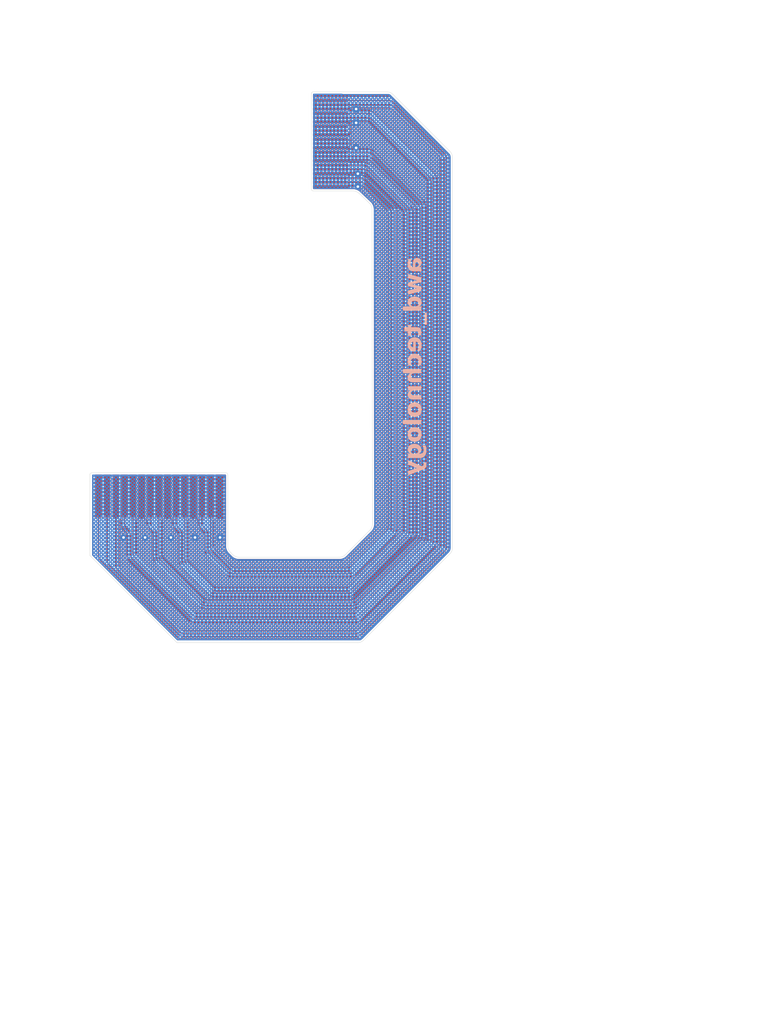
<source format=kicad_pcb>
(kicad_pcb (version 20241229) (generator "pcbnew") (generator_version "9.0")
  (layers (0 "F.Cu" signal) (4 "In1.Cu" signal) (6 "In2.Cu" signal) (2 "B.Cu" signal) (13 "F.Paste" user) (15 "B.Paste" user) (5 "F.SilkS" user "F.Silkscreen") (7 "B.SilkS" user "B.Silkscreen") (1 "F.Mask" user) (3 "B.Mask" user) (25 "Edge.Cuts" user))
  (net 0 "")
  (net 2 "Net-(J2-CAM_SDA)")
  (net 3 "Net-(J2-CAM_SCA)")
  (net 4 "Net-(J2-CAM_D0_N)")
  (net 7 "Net-(J2-CAM_IO0)")
  (net 9 "Net-(J2-CAM_3v3)")
  (net 10 "Net-(J2-CAM_IO1)")
  (net 11 "Net-(J2-CAM_D0_P)")
  (net 12 "Net-(J2-CAM_CK_N)")
  (net 13 "Net-(J2-CAM_D1_N)")
  (net 14 "Net-(J2-CAM_D1_P)")
  (net 15 "Net-(J2-CAM_CK_P)")
  (net 16 "GND")
  (footprint "AWD_camera_ribbon:FPC_22pin_0.5mm_Vertical" (layer "F.Cu") (at 89.1 39.85 90)
    (property "Reference" "J2" (hide yes))
    (property "Value" "~")
    (pad "1" smd rect (at -5.25 0 90) (size 0.3 4) (layers "F.Cu" "F.Mask" "F.Paste") (net 16 "GND"))
    (pad "2" smd rect (at -4.75 0 90) (size 0.3 4) (layers "F.Cu" "F.Mask" "F.Paste") (net 4 "Net-(J2-CAM_D0_N)"))
    (pad "3" smd rect (at -4.25 0 90) (size 0.3 4) (layers "F.Cu" "F.Mask" "F.Paste") (net 11 "Net-(J2-CAM_D0_P)"))
    (pad "4" smd rect (at -3.75 0 270) (size 0.3 4) (layers "F.Cu" "F.Mask" "F.Paste") (net 16 "GND"))
    (pad "5" smd rect (at -3.25 0 90) (size 0.3 4) (layers "F.Cu" "F.Mask" "F.Paste") (net 13 "Net-(J2-CAM_D1_N)"))
    (pad "6" smd rect (at -2.75 0 90) (size 0.3 4) (layers "F.Cu" "F.Mask" "F.Paste") (net 14 "Net-(J2-CAM_D1_P)"))
    (pad "7" smd rect (at -2.25 0 90) (size 0.3 4) (layers "F.Cu" "F.Mask" "F.Paste") (net 16 "GND"))
    (pad "8" smd rect (at -1.75 0 90) (size 0.3 4) (layers "F.Cu" "F.Mask" "F.Paste") (net 12 "Net-(J2-CAM_CK_N)"))
    (pad "9" smd rect (at -1.25 0 90) (size 0.3 4) (layers "F.Cu" "F.Mask" "F.Paste") (net 15 "Net-(J2-CAM_CK_P)"))
    (pad "10" smd rect (at -0.75 0 90) (size 0.3 4) (layers "F.Cu" "F.Mask" "F.Paste") (net 16 "GND"))
    (pad "11" smd rect (at -0.25 0 90) (size 0.3 4) (layers "F.Cu" "F.Mask" "F.Paste"))
    (pad "12" smd rect (at 0.25 0 90) (size 0.3 4) (layers "F.Cu" "F.Mask" "F.Paste"))
    (pad "13" smd rect (at 0.75 0 90) (size 0.3 4) (layers "F.Cu" "F.Mask" "F.Paste") (net 16 "GND"))
    (pad "14" smd rect (at 1.25 0 90) (size 0.3 4) (layers "F.Cu" "F.Mask" "F.Paste"))
    (pad "15" smd rect (at 1.75 0 90) (size 0.3 4) (layers "F.Cu" "F.Mask" "F.Paste"))
    (pad "16" smd rect (at 2.25 0 90) (size 0.3 4) (layers "F.Cu" "F.Mask" "F.Paste") (net 16 "GND"))
    (pad "17" smd rect (at 2.75 0 90) (size 0.3 4) (layers "F.Cu" "F.Mask" "F.Paste") (net 7 "Net-(J2-CAM_IO0)"))
    (pad "18" smd rect (at 3.25 0 90) (size 0.3 4) (layers "F.Cu" "F.Mask" "F.Paste") (net 10 "Net-(J2-CAM_IO1)"))
    (pad "19" smd rect (at 3.75 0 90) (size 0.3 4) (layers "F.Cu" "F.Mask" "F.Paste") (net 16 "GND"))
    (pad "20" smd rect (at 4.25 0 90) (size 0.3 4) (layers "F.Cu" "F.Mask" "F.Paste") (net 3 "Net-(J2-CAM_SCA)"))
    (pad "21" smd rect (at 4.75 0 90) (size 0.3 4) (layers "F.Cu" "F.Mask" "F.Paste") (net 2 "Net-(J2-CAM_SDA)"))
    (pad "22" smd rect (at 5.25 0 90) (size 0.3 4) (layers "F.Cu" "F.Mask" "F.Paste") (net 9 "Net-(J2-CAM_3v3)"))
  )
  (footprint "AWD_camera_ribbon:FPC_15pin_1mm_Vertical" (layer "F.Cu") (at 69.2 81 180)
    (property "Reference" "j1" (hide yes))
    (property "Value" "~")
    (pad "1" smd rect (at -7 0 180) (size 0.75 5) (layers "F.Cu" "F.Mask" "F.Paste") (net 16 "GND"))
    (pad "2" smd rect (at -6 0 180) (size 0.75 5) (layers "F.Cu" "F.Mask" "F.Paste") (net 4 "Net-(J2-CAM_D0_N)"))
    (pad "3" smd rect (at -5 0 180) (size 0.75 5) (layers "F.Cu" "F.Mask" "F.Paste") (net 11 "Net-(J2-CAM_D0_P)"))
    (pad "4" smd rect (at -4 0 180) (size 0.75 5) (layers "F.Cu" "F.Mask" "F.Paste") (net 16 "GND"))
    (pad "5" smd rect (at -3 0 180) (size 0.75 5) (layers "F.Cu" "F.Mask" "F.Paste") (net 13 "Net-(J2-CAM_D1_N)"))
    (pad "6" smd rect (at -2 0 180) (size 0.75 5) (layers "F.Cu" "F.Mask" "F.Paste") (net 14 "Net-(J2-CAM_D1_P)"))
    (pad "7" smd rect (at -1 0 180) (size 0.75 5) (layers "F.Cu" "F.Mask" "F.Paste") (net 16 "GND"))
    (pad "8" smd rect (at 0 0 180) (size 0.75 5) (layers "F.Cu" "F.Mask" "F.Paste") (net 12 "Net-(J2-CAM_CK_N)"))
    (pad "9" smd rect (at 1 0 180) (size 0.75 5) (layers "F.Cu" "F.Mask" "F.Paste") (net 15 "Net-(J2-CAM_CK_P)"))
    (pad "10" smd rect (at 2 0 180) (size 0.75 5) (layers "F.Cu" "F.Mask" "F.Paste") (net 16 "GND"))
    (pad "11" smd rect (at 3 0 180) (size 0.75 5) (layers "F.Cu" "F.Mask" "F.Paste") (net 7 "Net-(J2-CAM_IO0)"))
    (pad "12" smd rect (at 4 0 180) (size 0.75 5) (layers "F.Cu" "F.Mask" "F.Paste") (net 10 "Net-(J2-CAM_IO1)"))
    (pad "13" smd rect (at 5 0 180) (size 0.75 5) (layers "F.Cu" "F.Mask" "F.Paste") (net 3 "Net-(J2-CAM_SCA)"))
    (pad "14" smd rect (at 6 0 180) (size 0.75 5) (layers "F.Cu" "F.Mask" "F.Paste") (net 2 "Net-(J2-CAM_SDA)"))
    (pad "15" smd rect (at 7 0 180) (size 0.75 5) (layers "F.Cu" "F.Mask" "F.Paste") (net 9 "Net-(J2-CAM_3v3)"))
  )
  (gr_line (start 93.623654 47.003008) (end 92.463254 45.903084) (stroke (width 0.0381)) (layer "Edge.Cuts"))
  (gr_line (start 103.282677 43.67286) (end 103.282677 86.985786) (stroke (width 0.0381)) (layer "Edge.Cuts"))
  (gr_line (start 87.900854 34.110855) (end 95.679349 34.110855) (stroke (width 0.0381)) (layer "Edge.Cuts"))
  (gr_line (start 62.2 78.3) (end 76.211049 78.3) (stroke (width 0.0381)) (layer "Edge.Cuts"))
  (gr_line (start 77 78.3) (end 76.211049 78.3) (stroke (width 0.0381)) (layer "Edge.Cuts"))
  (gr_line (start 77.2 86.785786) (end 77.2 86.64) (stroke (width 0.0381)) (layer "Edge.Cuts"))
  (gr_arc (start 87.100035 45.59082) (mid 86.958591 45.532254) (end 86.9 45.39082) (stroke (width 0.0381)) (layer "Edge.Cuts"))
  (gr_line (start 87.100035 45.59082) (end 91.73 45.59) (stroke (width 0.0381)) (layer "Edge.Cuts"))
  (gr_line (start 102.989784 87.692893) (end 92.97557 97.707107) (stroke (width 0.0381)) (layer "Edge.Cuts"))
  (gr_line (start 92.268463 97.999973) (end 71.300001 98.000001) (stroke (width 0.0381)) (layer "Edge.Cuts"))
  (gr_line (start 62.2 78.3) (end 61.4 78.3) (stroke (width 0.0381)) (layer "Edge.Cuts"))
  (gr_line (start 87.900854 34.110855) (end 87.1 34.110855) (stroke (width 0.0381)) (layer "Edge.Cuts"))
  (gr_arc (start 61.2 78.5) (mid 61.258579 78.358579) (end 61.4 78.3) (stroke (width 0.0381)) (layer "Edge.Cuts"))
  (gr_line (start 96.386456 34.403779) (end 102.989784 41.007107) (stroke (width 0.0381)) (layer "Edge.Cuts"))
  (gr_line (start 93.999444 84.235002) (end 93.950591 47.741255) (stroke (width 0.0381)) (layer "Edge.Cuts"))
  (gr_line (start 77.2 86.64) (end 77.2 78.5) (stroke (width 0.0381)) (layer "Edge.Cuts"))
  (gr_arc (start 90.842893 87.807107) (mid 90.518469 88.023875) (end 90.135786 88.1) (stroke (width 0.0381)) (layer "Edge.Cuts"))
  (gr_line (start 77.588302 87.588302) (end 77.492893 87.492893) (stroke (width 0.0381)) (layer "Edge.Cuts"))
  (gr_arc (start 102.989784 41.007107) (mid 103.206557 41.33153) (end 103.282677 41.714214) (stroke (width 0.0381)) (layer "Edge.Cuts"))
  (gr_line (start 90.842893 87.807107) (end 93.706552 84.943448) (stroke (width 0.0381)) (layer "Edge.Cuts"))
  (gr_arc (start 103.282677 86.985786) (mid 103.20656 87.368471) (end 102.989784 87.692893) (stroke (width 0.0381)) (layer "Edge.Cuts"))
  (gr_line (start 103.282677 41.714214) (end 103.282677 43.67286) (stroke (width 0.0381)) (layer "Edge.Cuts"))
  (gr_line (start 78.514214 88.1) (end 90.135786 88.1) (stroke (width 0.0381)) (layer "Edge.Cuts"))
  (gr_arc (start 91.73 45.59) (mid 92.125654 45.6716) (end 92.456737 45.903084) (stroke (width 0.0381)) (layer "Edge.Cuts"))
  (gr_line (start 61.2 79.3) (end 61.2 87.9) (stroke (width 0.0381)) (layer "Edge.Cuts"))
  (gr_arc (start 86.9 34.310855) (mid 86.958595 34.169463) (end 87.1 34.110855) (stroke (width 0.0381)) (layer "Edge.Cuts"))
  (gr_arc (start 93.999444 84.235002) (mid 93.92357 84.6184) (end 93.706552 84.943448) (stroke (width 0.0381)) (layer "Edge.Cuts"))
  (gr_line (start 61.2 79.3) (end 61.2 78.5) (stroke (width 0.0381)) (layer "Edge.Cuts"))
  (gr_line (start 61.2 87.9) (end 67.507107 94.207107) (stroke (width 0.0381)) (layer "Edge.Cuts"))
  (gr_arc (start 77 78.3) (mid 77.141421 78.358579) (end 77.2 78.5) (stroke (width 0.0381)) (layer "Edge.Cuts"))
  (gr_arc (start 95.679349 34.110855) (mid 96.062032 34.186975) (end 96.386456 34.403748) (stroke (width 0.0381)) (layer "Edge.Cuts"))
  (gr_line (start 77.588302 87.588302) (end 77.807107 87.807107) (stroke (width 0.0381)) (layer "Edge.Cuts"))
  (gr_line (start 67.507107 94.207107) (end 71.300001 98.000001) (stroke (width 0.0381)) (layer "Edge.Cuts"))
  (gr_line (start 86.9 34.310855) (end 86.9 45.39082) (stroke (width 0.0381)) (layer "Edge.Cuts"))
  (gr_arc (start 92.97557 97.707107) (mid 92.651147 97.92388) (end 92.268463 98) (stroke (width 0.0381)) (layer "Edge.Cuts"))
  (gr_arc (start 93.623654 47.003008) (mid 93.864942 47.337669) (end 93.950591 47.741255) (stroke (width 0.0381)) (layer "Edge.Cuts"))
  (gr_arc (start 77.492893 87.492893) (mid 77.27612 87.16847) (end 77.2 86.785786) (stroke (width 0.0381)) (layer "Edge.Cuts"))
  (gr_arc (start 78.514214 88.1) (mid 78.131528 88.023884) (end 77.807107 87.807107) (stroke (width 0.0381)) (layer "Edge.Cuts"))
  (gr_text "awd_technology" (at 100 53.25 90) (layer "B.SilkS") (effects (font (size 2 2) (thickness 0.1524) (bold yes)) (justify left bottom mirror)))
  (segment (start 95.785784 35.1) (end 89.1 35.1) (width 0.15) (layer "F.Cu") (net 2))
  (segment (start 63.492893 89.083686) (end 71.404475 96.995268) (width 0.15) (layer "F.Cu") (net 2))
  (segment (start 102.306107 41.206109) (end 96.492891 35.392893) (width 0.15) (layer "F.Cu") (net 2))
  (segment (start 63.2 81) (end 63.2 88.376579) (width 0.15) (layer "F.Cu") (net 2))
  (segment (start 72.111582 97.288161) (end 92.071949 97.288161) (width 0.15) (layer "F.Cu") (net 2))
  (segment (start 102.599 86.76111) (end 102.599 41.913216) (width 0.15) (layer "F.Cu") (net 2))
  (segment (start 92.779056 96.995268) (end 102.306107 87.468217) (width 0.15) (layer "F.Cu") (net 2))
  (arc (start 63.492893 89.083686) (mid 63.27612 88.759263) (end 63.2 88.376579) (width 0.15) (layer "F.Cu") (net 2))
  (arc (start 102.599 86.76111) (mid 102.52288 87.143793) (end 102.306107 87.468217) (width 0.15) (layer "F.Cu") (net 2))
  (arc (start 92.071949 97.288161) (mid 92.454632 97.212041) (end 92.779056 96.995268) (width 0.15) (layer "F.Cu") (net 2))
  (arc (start 71.404475 96.995268) (mid 71.728898 97.212041) (end 72.111582 97.288161) (width 0.15) (layer "F.Cu") (net 2))
  (arc (start 95.785784 35.1) (mid 96.168467 35.17612) (end 96.492891 35.392893) (width 0.15) (layer "F.Cu") (net 2))
  (arc (start 102.599 41.913216) (mid 102.52288 41.530533) (end 102.306107 41.206109) (width 0.15) (layer "F.Cu") (net 2))
  (segment (start 64.2 88.950901) (end 64.2 81) (width 0.15) (layer "F.Cu") (net 3))
  (segment (start 102.298 42.037893) (end 102.298 86.63643) (width 0.15) (layer "F.Cu") (net 3))
  (segment (start 102.005107 87.343537) (end 92.654376 96.694268) (width 0.15) (layer "F.Cu") (net 3))
  (segment (start 89.1 35.6) (end 95.860108 35.6) (width 0.15) (layer "F.Cu") (net 3))
  (segment (start 91.947269 96.987161) (end 72.23626 96.987161) (width 0.15) (layer "F.Cu") (net 3))
  (segment (start 71.529153 96.694268) (end 64.492893 89.658008) (width 0.15) (layer "F.Cu") (net 3))
  (segment (start 96.567215 35.892893) (end 102.005107 41.330787) (width 0.15) (layer "F.Cu") (net 3))
  (arc (start 96.567215 35.892893) (mid 96.242792 35.67612) (end 95.860108 35.6) (width 0.15) (layer "F.Cu") (net 3))
  (arc (start 72.23626 96.987161) (mid 71.853577 96.911041) (end 71.529153 96.694268) (width 0.15) (layer "F.Cu") (net 3))
  (arc (start 91.947269 96.987161) (mid 92.329952 96.911041) (end 92.654376 96.694268) (width 0.15) (layer "F.Cu") (net 3))
  (arc (start 64.2 88.950901) (mid 64.27612 89.333584) (end 64.492893 89.658008) (width 0.15) (layer "F.Cu") (net 3))
  (arc (start 102.005107 87.343537) (mid 102.22188 87.019114) (end 102.298 86.63643) (width 0.15) (layer "F.Cu") (net 3))
  (arc (start 102.005107 41.330787) (mid 102.221879 41.65521) (end 102.298 42.037893) (width 0.15) (layer "F.Cu") (net 3))
  (segment (start 75.201 84.975322) (end 75.2 84.974322) (width 0.15) (layer "F.Cu") (net 4))
  (segment (start 91.374322 44.6) (end 91.375322 44.601) (width 0.15) (layer "F.Cu") (net 4))
  (segment (start 91.061108 89.699) (end 78.113214 89.699) (width 0.15) (layer "F.Cu") (net 4))
  (segment (start 75.2 84.974322) (end 75.2 81) (width 0.15) (layer "F.Cu") (net 4))
  (segment (start 95.907107 85.267215) (end 91.768215 89.406107) (width 0.15) (layer "F.Cu") (net 4))
  (segment (start 93.292893 44.892893) (end 95.907107 47.507109) (width 0.15) (layer "F.Cu") (net 4))
  (segment (start 91.375322 44.601) (end 91.624678 44.601) (width 0.15) (layer "F.Cu") (net 4))
  (segment (start 89.1 44.6) (end 91.374322 44.6) (width 0.15) (layer "F.Cu") (net 4))
  (segment (start 91.624678 44.601) (end 91.625678 44.6) (width 0.15) (layer "F.Cu") (net 4))
  (segment (start 75.201 86.786786) (end 75.201 84.975322) (width 0.15) (layer "F.Cu") (net 4))
  (segment (start 91.625678 44.6) (end 92.585786 44.6) (width 0.15) (layer "F.Cu") (net 4))
  (segment (start 77.406107 89.406107) (end 75.493893 87.493893) (width 0.15) (layer "F.Cu") (net 4))
  (segment (start 96.2 48.214215) (end 96.2 84.560108) (width 0.15) (layer "F.Cu") (net 4))
  (arc (start 77.406107 89.406107) (mid 77.73053 89.62288) (end 78.113214 89.699) (width 0.15) (layer "F.Cu") (net 4))
  (arc (start 91.061108 89.699) (mid 91.443791 89.62288) (end 91.768215 89.406107) (width 0.15) (layer "F.Cu") (net 4))
  (arc (start 75.493893 87.493893) (mid 75.27712 87.16947) (end 75.201 86.786786) (width 0.15) (layer "F.Cu") (net 4))
  (arc (start 95.907107 47.507109) (mid 96.123879 47.831532) (end 96.2 48.214215) (width 0.15) (layer "F.Cu") (net 4))
  (arc (start 93.292893 44.892893) (mid 92.96847 44.67612) (end 92.585786 44.6) (width 0.15) (layer "F.Cu") (net 4))
  (arc (start 96.2 84.560108) (mid 96.12388 84.942791) (end 95.907107 85.267215) (width 0.15) (layer "F.Cu") (net 4))
  (segment (start 100.507107 86.659131) (end 92.460129 94.706107) (width 0.15) (layer "F.Cu") (net 7))
  (segment (start 73.006107 94.706107) (end 66.493893 88.193893) (width 0.15) (layer "F.Cu") (net 7))
  (segment (start 91.753023 94.999) (end 73.713214 94.999) (width 0.15) (layer "F.Cu") (net 7))
  (segment (start 66.201 81.001) (end 66.2 81) (width 0.15) (layer "F.Cu") (net 7))
  (segment (start 100.8 44.614214) (end 100.8 85.952024) (width 0.15) (layer "F.Cu") (net 7))
  (segment (start 66.201 87.486786) (end 66.201 81.001) (width 0.15) (layer "F.Cu") (net 7))
  (segment (start 93.992893 37.392893) (end 100.507107 43.907107) (width 0.15) (layer "F.Cu") (net 7))
  (segment (start 89.1 37.1) (end 93.285786 37.1) (width 0.15) (layer "F.Cu") (net 7))
  (arc (start 73.006107 94.706107) (mid 73.33053 94.92288) (end 73.713214 94.999) (width 0.15) (layer "F.Cu") (net 7))
  (arc (start 100.507107 86.659131) (mid 100.72388 86.334708) (end 100.8 85.952024) (width 0.15) (layer "F.Cu") (net 7))
  (arc (start 66.201 87.486786) (mid 66.27712 87.869469) (end 66.493893 88.193893) (width 0.15) (layer "F.Cu") (net 7))
  (arc (start 100.507107 43.907107) (mid 100.72388 44.23153) (end 100.8 44.614214) (width 0.15) (layer "F.Cu") (net 7))
  (arc (start 91.753023 94.999) (mid 92.135706 94.92288) (end 92.460129 94.706107) (width 0.15) (layer "F.Cu") (net 7))
  (arc (start 93.992893 37.392893) (mid 93.66847 37.17612) (end 93.285786 37.1) (width 0.15) (layer "F.Cu") (net 7))
  (segment (start 92.892893 97.307107) (end 102.607107 87.592893) (width 0.15) (layer "F.Cu") (net 9))
  (segment (start 102.9 86.885786) (end 102.9 41.788536) (width 0.15) (layer "F.Cu") (net 9))
  (segment (start 62.492893 88.509364) (end 71.290636 97.307107) (width 0.15) (layer "F.Cu") (net 9))
  (segment (start 95.711464 34.6) (end 89.1 34.6) (width 0.15) (layer "F.Cu") (net 9))
  (segment (start 102.607107 41.081429) (end 96.418571 34.892893) (width 0.15) (layer "F.Cu") (net 9))
  (segment (start 62.2 81) (end 62.2 87.802257) (width 0.15) (layer "F.Cu") (net 9))
  (segment (start 71.997743 97.6) (end 92.185786 97.6) (width 0.15) (layer "F.Cu") (net 9))
  (arc (start 92.892893 97.307107) (mid 92.56847 97.52388) (end 92.185786 97.6) (width 0.15) (layer "F.Cu") (net 9))
  (arc (start 102.9 41.788536) (mid 102.82388 41.405853) (end 102.607107 41.081429) (width 0.15) (layer "F.Cu") (net 9))
  (arc (start 62.2 87.802257) (mid 62.27612 88.18494) (end 62.492893 88.509364) (width 0.15) (layer "F.Cu") (net 9))
  (arc (start 96.418571 34.892893) (mid 96.094148 34.67612) (end 95.711464 34.6) (width 0.15) (layer "F.Cu") (net 9))
  (arc (start 102.9 86.885786) (mid 102.82388 87.268469) (end 102.607107 87.592893) (width 0.15) (layer "F.Cu") (net 9))
  (arc (start 71.290636 97.307107) (mid 71.615059 97.52388) (end 71.997743 97.6) (width 0.15) (layer "F.Cu") (net 9))
  (segment (start 101.101 44.415214) (end 101.101 86.0767) (width 0.15) (layer "F.Cu") (net 10))
  (segment (start 65.2 84.085786) (end 65.2 81) (width 0.15) (layer "F.Cu") (net 10))
  (segment (start 91.8777 95.3) (end 73.514214 95.3) (width 0.15) (layer "F.Cu") (net 10))
  (segment (start 72.807107 95.007107) (end 66.192893 88.392893) (width 0.15) (layer "F.Cu") (net 10))
  (segment (start 93.992893 36.892893) (end 100.808107 43.708107) (width 0.15) (layer "F.Cu") (net 10))
  (segment (start 65.9 87.685786) (end 65.9 85.614214) (width 0.15) (layer "F.Cu") (net 10))
  (segment (start 89.1 36.6) (end 93.285786 36.6) (width 0.15) (layer "F.Cu") (net 10))
  (segment (start 100.808107 86.783807) (end 92.584807 95.007107) (width 0.15) (layer "F.Cu") (net 10))
  (segment (start 65.607107 84.907107) (end 65.492893 84.792893) (width 0.15) (layer "F.Cu") (net 10))
  (arc (start 100.808107 43.708107) (mid 101.02488 44.03253) (end 101.101 44.415214) (width 0.15) (layer "F.Cu") (net 10))
  (arc (start 65.9 87.685786) (mid 65.97612 88.068469) (end 66.192893 88.392893) (width 0.15) (layer "F.Cu") (net 10))
  (arc (start 65.9 85.614214) (mid 65.82388 85.231531) (end 65.607107 84.907107) (width 0.15) (layer "F.Cu") (net 10))
  (arc (start 100.808107 86.783807) (mid 101.02488 86.459384) (end 101.101 86.0767) (width 0.15) (layer "F.Cu") (net 10))
  (arc (start 65.492893 84.792893) (mid 65.27612 84.46847) (end 65.2 84.085786) (width 0.15) (layer "F.Cu") (net 10))
  (arc (start 93.285786 36.6) (mid 93.668469 36.67612) (end 93.992893 36.892893) (width 0.15) (layer "F.Cu") (net 10))
  (arc (start 73.514214 95.3) (mid 73.131531 95.22388) (end 72.807107 95.007107) (width 0.15) (layer "F.Cu") (net 10))
  (arc (start 92.584807 95.007107) (mid 92.260384 95.22388) (end 91.8777 95.3) (width 0.15) (layer "F.Cu") (net 10))
  (segment (start 74.2 83.985786) (end 74.2 81) (width 0.15) (layer "F.Cu") (net 11))
  (segment (start 89.1 44.1) (end 92.511462 44.1) (width 0.15) (layer "F.Cu") (net 11))
  (segment (start 77.107107 89.707107) (end 75.192893 87.792893) (width 0.15) (layer "F.Cu") (net 11))
  (segment (start 74.9 87.085786) (end 74.9 85.514214) (width 0.15) (layer "F.Cu") (net 11))
  (segment (start 74.2 81) (end 74.2 81.199) (width 0.15) (layer "F.Cu") (net 11))
  (segment (start 74.2 81.199) (end 74.201 81.2) (width 0.15) (layer "F.Cu") (net 11))
  (segment (start 93.218569 44.392893) (end 96.208107 47.382431) (width 0.15) (layer "F.Cu") (net 11))
  (segment (start 74.607107 84.807107) (end 74.492893 84.692893) (width 0.15) (layer "F.Cu") (net 11))
  (segment (start 96.501 48.089538) (end 96.501 84.684786) (width 0.15) (layer "F.Cu") (net 11))
  (segment (start 96.208107 85.391893) (end 91.892893 89.707107) (width 0.15) (layer "F.Cu") (net 11))
  (segment (start 91.185786 90) (end 77.814214 90) (width 0.15) (layer "F.Cu") (net 11))
  (arc (start 75.192893 87.792893) (mid 74.97612 87.46847) (end 74.9 87.085786) (width 0.15) (layer "F.Cu") (net 11))
  (arc (start 91.892893 89.707107) (mid 91.56847 89.92388) (end 91.185786 90) (width 0.15) (layer "F.Cu") (net 11))
  (arc (start 96.208107 47.382431) (mid 96.42488 47.706854) (end 96.501 48.089538) (width 0.15) (layer "F.Cu") (net 11))
  (arc (start 96.208107 85.391893) (mid 96.42488 85.06747) (end 96.501 84.684786) (width 0.15) (layer "F.Cu") (net 11))
  (arc (start 77.107107 89.707107) (mid 77.43153 89.92388) (end 77.814214 90) (width 0.15) (layer "F.Cu") (net 11))
  (arc (start 74.607107 84.807107) (mid 74.82388 85.13153) (end 74.9 85.514214) (width 0.15) (layer "F.Cu") (net 11))
  (arc (start 74.2 83.985786) (mid 74.27612 84.368469) (end 74.492893 84.692893) (width 0.15) (layer "F.Cu") (net 11))
  (arc (start 92.511462 44.1) (mid 92.894145 44.17612) (end 93.218569 44.392893) (width 0.15) (layer "F.Cu") (net 11))
  (segment (start 99.207107 86.092891) (end 92.192891 93.107107) (width 0.15) (layer "F.Cu") (net 12))
  (segment (start 91.485784 93.4) (end 74.814214 93.4) (width 0.15) (layer "F.Cu") (net 12))
  (segment (start 94.092893 41.892893) (end 99.207107 47.007107) (width 0.15) (layer "F.Cu") (net 12))
  (segment (start 74.107107 93.107107) (end 69.492893 88.492893) (width 0.15) (layer "F.Cu") (net 12))
  (segment (start 89.1 41.6) (end 93.385786 41.6) (width 0.15) (layer "F.Cu") (net 12))
  (segment (start 99.5 47.714214) (end 99.5 85.385784) (width 0.15) (layer "F.Cu") (net 12))
  (segment (start 69.2 87.785786) (end 69.2 81) (width 0.15) (layer "F.Cu") (net 12))
  (arc (start 99.5 85.385784) (mid 99.42388 85.768467) (end 99.207107 86.092891) (width 0.15) (layer "F.Cu") (net 12))
  (arc (start 74.107107 93.107107) (mid 74.43153 93.32388) (end 74.814214 93.4) (width 0.15) (layer "F.Cu") (net 12))
  (arc (start 99.5 47.714214) (mid 99.42388 47.331531) (end 99.207107 47.007107) (width 0.15) (layer "F.Cu") (net 12))
  (arc (start 69.492893 88.492893) (mid 69.27612 88.16847) (end 69.2 87.785786) (width 0.15) (layer "F.Cu") (net 12))
  (arc (start 91.485784 93.4) (mid 91.868467 93.32388) (end 92.192891 93.107107) (width 0.15) (layer "F.Cu") (net 12))
  (arc (start 93.385786 41.6) (mid 93.768469 41.67612) (end 94.092893 41.892893) (width 0.15) (layer "F.Cu") (net 12))
  (segment (start 75.207107 91.707107) (end 72.492893 88.992893) (width 0.15) (layer "F.Cu") (net 13))
  (segment (start 97.707107 85.667215) (end 91.667215 91.707107) (width 0.15) (layer "F.Cu") (net 13))
  (segment (start 72.2 88.285786) (end 72.2 81) (width 0.15) (layer "F.Cu") (net 13))
  (segment (start 93.592893 43.392893) (end 97.707107 47.507107) (width 0.15) (layer "F.Cu") (net 13))
  (segment (start 89.1 43.1) (end 92.885786 43.1) (width 0.15) (layer "F.Cu") (net 13))
  (segment (start 98 48.214214) (end 98 84.960108) (width 0.15) (layer "F.Cu") (net 13))
  (segment (start 90.960108 92) (end 75.914214 92) (width 0.15) (layer "F.Cu") (net 13))
  (arc (start 98 48.214214) (mid 97.92388 47.831531) (end 97.707107 47.507107) (width 0.15) (layer "F.Cu") (net 13))
  (arc (start 97.707107 85.667215) (mid 97.92388 85.342792) (end 98 84.960108) (width 0.15) (layer "F.Cu") (net 13))
  (arc (start 90.960108 92) (mid 91.342791 91.92388) (end 91.667215 91.707107) (width 0.15) (layer "F.Cu") (net 13))
  (arc (start 72.492893 88.992893) (mid 72.27612 88.66847) (end 72.2 88.285786) (width 0.15) (layer "F.Cu") (net 13))
  (arc (start 75.207107 91.707107) (mid 75.53153 91.92388) (end 75.914214 92) (width 0.15) (layer "F.Cu") (net 13))
  (arc (start 92.885786 43.1) (mid 93.268469 43.17612) (end 93.592893 43.392893) (width 0.15) (layer "F.Cu") (net 13))
  (segment (start 71.492893 84.692893) (end 71.606107 84.806107) (width 0.15) (layer "F.Cu") (net 14))
  (segment (start 75.789536 92.301) (end 91.084786 92.301) (width 0.15) (layer "F.Cu") (net 14))
  (segment (start 71.2 81) (end 71.2 83.985786) (width 0.15) (layer "F.Cu") (net 14))
  (segment (start 71.899 85.513214) (end 71.899 88.410464) (width 0.15) (layer "F.Cu") (net 14))
  (segment (start 92.811464 42.6) (end 89.1 42.6) (width 0.15) (layer "F.Cu") (net 14))
  (segment (start 72.191893 89.117571) (end 75.082429 92.008107) (width 0.15) (layer "F.Cu") (net 14))
  (segment (start 91.791893 92.008107) (end 98.008107 85.791893) (width 0.15) (layer "F.Cu") (net 14))
  (segment (start 98.008107 47.382429) (end 93.518571 42.892893) (width 0.15) (layer "F.Cu") (net 14))
  (segment (start 98.301 85.084786) (end 98.301 48.089536) (width 0.15) (layer "F.Cu") (net 14))
  (arc (start 91.791893 92.008107) (mid 91.46747 92.22488) (end 91.084786 92.301) (width 0.15) (layer "F.Cu") (net 14))
  (arc (start 98.008107 85.791893) (mid 98.22488 85.46747) (end 98.301 85.084786) (width 0.15) (layer "F.Cu") (net 14))
  (arc (start 92.811464 42.6) (mid 93.194147 42.67612) (end 93.518571 42.892893) (width 0.15) (layer "F.Cu") (net 14))
  (arc (start 71.606107 84.806107) (mid 71.82288 85.13053) (end 71.899 85.513214) (width 0.15) (layer "F.Cu") (net 14))
  (arc (start 75.082429 92.008107) (mid 75.406852 92.22488) (end 75.789536 92.301) (width 0.15) (layer "F.Cu") (net 14))
  (arc (start 98.008107 47.382429) (mid 98.22488 47.706852) (end 98.301 48.089536) (width 0.15) (layer "F.Cu") (net 14))
  (arc (start 72.191893 89.117571) (mid 71.97512 88.793148) (end 71.899 88.410464) (width 0.15) (layer "F.Cu") (net 14))
  (arc (start 71.492893 84.692893) (mid 71.27612 84.36847) (end 71.2 83.985786) (width 0.15) (layer "F.Cu") (net 14))
  (segment (start 99.508107 86.217569) (end 92.317569 93.408107) (width 0.15) (layer "F.Cu") (net 15))
  (segment (start 89.1 41.1) (end 93.385786 41.1) (width 0.15) (layer "F.Cu") (net 15))
  (segment (start 68.606107 84.707107) (end 68.492893 84.593893) (width 0.15) (layer "F.Cu") (net 15))
  (segment (start 68.899 87.910464) (end 68.899 85.414214) (width 0.15) (layer "F.Cu") (net 15))
  (segment (start 91.610462 93.701) (end 74.689536 93.701) (width 0.15) (layer "F.Cu") (net 15))
  (segment (start 99.801 47.515214) (end 99.801 85.510462) (width 0.15) (layer "F.Cu") (net 15))
  (segment (start 68.2 83.886786) (end 68.2 81) (width 0.15) (layer "F.Cu") (net 15))
  (segment (start 73.982429 93.408107) (end 69.191893 88.617571) (width 0.15) (layer "F.Cu") (net 15))
  (segment (start 94.092893 41.392893) (end 99.508107 46.808107) (width 0.15) (layer "F.Cu") (net 15))
  (arc (start 69.191893 88.617571) (mid 68.97512 88.293148) (end 68.899 87.910464) (width 0.15) (layer "F.Cu") (net 15))
  (arc (start 99.801 47.515214) (mid 99.72488 47.132531) (end 99.508107 46.808107) (width 0.15) (layer "F.Cu") (net 15))
  (arc (start 91.610462 93.701) (mid 91.993145 93.62488) (end 92.317569 93.408107) (width 0.15) (layer "F.Cu") (net 15))
  (arc (start 68.899 85.414214) (mid 68.82288 85.031531) (end 68.606107 84.707107) (width 0.15) (layer "F.Cu") (net 15))
  (arc (start 68.2 83.886786) (mid 68.27612 84.269469) (end 68.492893 84.593893) (width 0.15) (layer "F.Cu") (net 15))
  (arc (start 99.801 85.510462) (mid 99.72488 85.893145) (end 99.508107 86.217569) (width 0.15) (layer "F.Cu") (net 15))
  (arc (start 93.385786 41.1) (mid 93.768469 41.17612) (end 94.092893 41.392893) (width 0.15) (layer "F.Cu") (net 15))
  (arc (start 73.982429 93.408107) (mid 74.306852 93.62488) (end 74.689536 93.701) (width 0.15) (layer "F.Cu") (net 15))
  (segment (start 76.1 82.6) (end 76.2 82.5) (width 0.2) (layer "F.Cu") (net 16))
  (via (at 73.4 85.8) (size 0.55) (drill 0.3) (layers "F.Cu" "B.Cu") (net 16))
  (via (at 70.6 85.8) (size 0.55) (drill 0.3) (layers "F.Cu" "B.Cu") (net 16))
  (via (at 76.3 85.8) (size 0.55) (drill 0.3) (layers "F.Cu" "B.Cu") (net 16))
  (via (at 92.1 36.1) (size 0.55) (drill 0.3) (layers "F.Cu" "B.Cu") (net 16))
  (via (at 67.6 85.8) (size 0.55) (drill 0.3) (layers "F.Cu" "B.Cu") (net 16))
  (via (at 92.3 43.6) (size 0.55) (drill 0.3) (layers "F.Cu" "B.Cu") (net 16))
  (via (at 92.1 37.7) (size 0.55) (drill 0.3) (layers "F.Cu" "B.Cu") (net 16))
  (via (at 65.1 85.8) (size 0.55) (drill 0.3) (layers "F.Cu" "B.Cu") (net 16))
  (via (at 92.3 45.1) (size 0.55) (drill 0.3) (layers "F.Cu" "B.Cu") (net 16))
  (via (at 92.1 40.6) (size 0.55) (drill 0.3) (layers "F.Cu" "B.Cu") (net 16))
  (zone (net 16) (net_name "GND") (layer "F.Cu") (connect_pads yes (clearance 0.2)) (min_thickness 0.15) (fill yes (mode hatch) (thermal_gap 0.5) (thermal_bridge_width 0.5) (hatch_thickness 0.15) (hatch_gap 0.15) (hatch_orientation 45) (hatch_border_algorithm hatch_thickness) (hatch_min_hole_area 0.3))
    (polygon (pts (xy 52.4 28.6) (xy 109.6 28.6) (xy 109.1 104.1) (xy 50.9 105.5) (xy 52 28.5)))
  )
  (zone (net 16) (net_name "GND") (layer "B.Cu") (priority 1) (connect_pads (clearance 0.2)) (min_thickness 0.15) (fill yes (mode hatch) (thermal_gap 0.5) (thermal_bridge_width 0.5) (hatch_thickness 0.15) (hatch_gap 0.15) (hatch_orientation 45) (hatch_border_algorithm hatch_thickness) (hatch_min_hole_area 0.3))
    (polygon (pts (xy 52 28.5) (xy 109.6 28.6) (xy 109.1 104.1) (xy 50.9 105.5)))
  )
)
</source>
